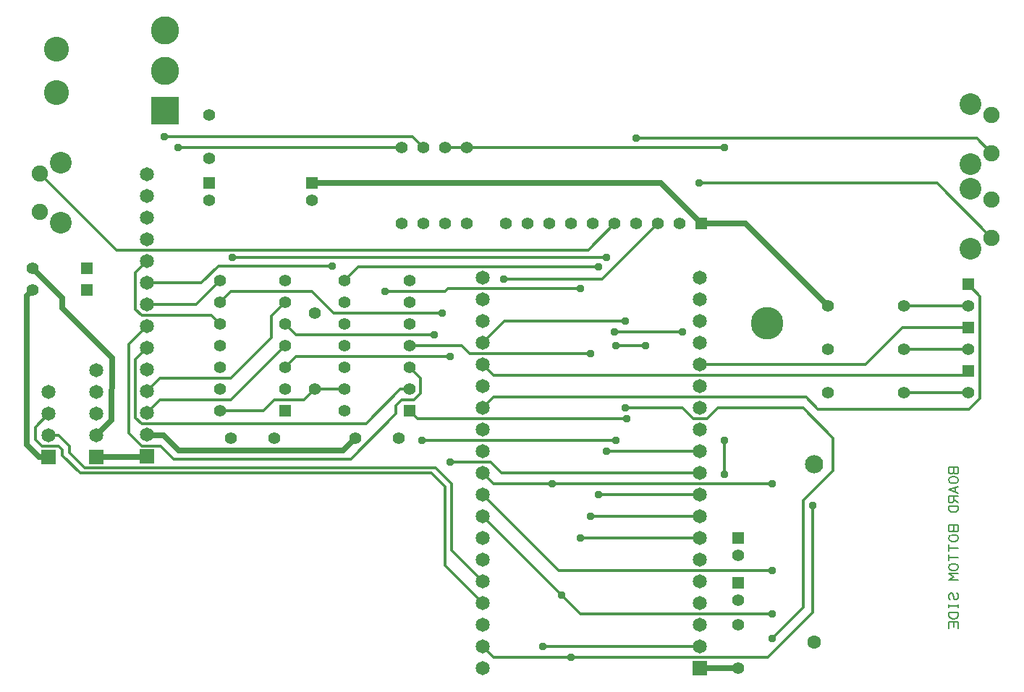
<source format=gbl>
G04*
G04 Format:               Gerber RS-274X*
G04 Export Settings:      OSH Park*
G04 Layer:                BottomCopper*
G04 This File Name:       576NUC_FujiNet_V1.6.gbl*
G04 Source File Name:     576NUC_FujiNet_V1.6.rrb*
G04 Unique ID:            d1145678-c053-40f8-9390-8959fa1d921f*
G04 Generated Date:       Saturday, 09 October 2021 17:44:57*
G04*
G04 Created Using:        Robot Room Copper Connection v3.0.5875*
G04 Software Contact:     http://www.robotroom.com/CopperConnection/Support.aspx*
G04 License Number:       2194*
G04*
G04 Zero Suppression:     Leading*
G04 Number Precision:     2.4*
G04*
%FSLAX24Y24*%
%MOIN*%
%LNBottomCopper*%
%ADD10C,.007*%
%ADD11C,.012*%
%ADD12C,.025*%
%ADD13C,.037*%
%ADD14C,.056*%
%ADD15C,.063*%
%ADD16C,.065*%
%ADD17C,.075*%
%ADD18C,.084*%
%ADD19C,.1*%
%ADD20C,.115*%
%ADD21C,.13*%
%ADD22C,.15*%
%ADD23R,.006X.006*%
%ADD24R,.056X.056*%
%ADD25R,.065X.065*%
%ADD26R,.13X.13*%
D10*
G01X43394Y9942D02*
X42948D01*
Y9718D01*
X42949Y9709D01*
X42952Y9699D01*
X42956Y9690D01*
X42963Y9682D01*
X42971Y9674D01*
X42980Y9666D01*
X42991Y9660D01*
X43003Y9654D01*
X43016Y9650D01*
X43029Y9647D01*
X43043Y9645D01*
X43060Y9644D01*
X43074Y9645D01*
X43088Y9646D01*
X43102Y9650D01*
X43115Y9654D01*
X43127Y9659D01*
X43138Y9665D01*
X43147Y9672D01*
X43156Y9680D01*
X43162Y9689D01*
X43167Y9698D01*
X43170Y9707D01*
X43171Y9718D01*
Y9942D01*
Y9718D02*
X43172Y9709D01*
X43175Y9699D01*
X43180Y9690D01*
X43186Y9682D01*
X43194Y9674D01*
X43203Y9666D01*
X43214Y9660D01*
X43226Y9654D01*
X43239Y9650D01*
X43252Y9647D01*
X43266Y9645D01*
X43283Y9644D01*
X43297Y9645D01*
X43311Y9646D01*
X43325Y9650D01*
X43338Y9654D01*
X43350Y9659D01*
X43361Y9665D01*
X43371Y9672D01*
X43379Y9680D01*
X43385Y9689D01*
X43390Y9698D01*
X43393Y9707D01*
X43394Y9718D01*
Y9942D01*
X43246Y9198D02*
G74*
G03X43394Y9347I0J149D01*
X43246Y9495I149J0D01*
G01X43097D01*
G03X42948Y9347I0J149D01*
X43097Y9198I149J0D01*
G01X43246D01*
X43394Y9049D02*
X42948Y8900D01*
X43394Y8752D01*
X43246Y8993D02*
Y8807D01*
X43394Y8603D02*
X42948D01*
Y8380D01*
X42949Y8370D01*
X42952Y8361D01*
X42956Y8352D01*
X42963Y8343D01*
X42971Y8335D01*
X42980Y8328D01*
X42991Y8321D01*
X43003Y8316D01*
X43016Y8311D01*
X43029Y8308D01*
X43043Y8306D01*
X43060Y8305D01*
X43074Y8306D01*
X43088Y8308D01*
X43102Y8311D01*
X43115Y8315D01*
X43127Y8320D01*
X43138Y8327D01*
X43147Y8334D01*
X43156Y8342D01*
X43162Y8350D01*
X43167Y8359D01*
X43170Y8369D01*
X43171Y8380D01*
Y8603D01*
Y8454D02*
X43394Y8305D01*
X42948Y8157D02*
Y8045D01*
X42949Y8032D01*
X42950Y8020D01*
X42953Y8008D01*
X42956Y7995D01*
X42961Y7983D01*
X42966Y7972D01*
X42973Y7960D01*
X42980Y7950D01*
X42988Y7939D01*
X42997Y7929D01*
X43007Y7919D01*
X43017Y7910D01*
X43028Y7902D01*
X43040Y7894D01*
X43053Y7887D01*
X43066Y7881D01*
X43079Y7876D01*
X43093Y7871D01*
X43107Y7867D01*
X43122Y7864D01*
X43137Y7861D01*
X43152Y7860D01*
X43171Y7859D01*
X43186D01*
X43201Y7861D01*
X43216Y7863D01*
X43231Y7866D01*
X43245Y7869D01*
X43259Y7874D01*
X43273Y7879D01*
X43286Y7885D01*
X43298Y7892D01*
X43311Y7900D01*
X43322Y7908D01*
X43333Y7917D01*
X43343Y7926D01*
X43352Y7936D01*
X43360Y7946D01*
X43368Y7957D01*
X43375Y7968D01*
X43380Y7980D01*
X43385Y7992D01*
X43389Y8004D01*
X43392Y8016D01*
X43394Y8029D01*
Y8045D01*
Y8157D01*
X42948D01*
X43394Y7264D02*
X42948D01*
Y7041D01*
X42949Y7031D01*
X42952Y7022D01*
X42956Y7013D01*
X42963Y7004D01*
X42971Y6996D01*
X42980Y6989D01*
X42991Y6982D01*
X43003Y6977D01*
X43016Y6973D01*
X43029Y6969D01*
X43043Y6967D01*
X43060D01*
X43074D01*
X43088Y6969D01*
X43102Y6972D01*
X43115Y6976D01*
X43127Y6982D01*
X43138Y6988D01*
X43147Y6995D01*
X43156Y7003D01*
X43162Y7011D01*
X43167Y7020D01*
X43170Y7030D01*
X43171Y7041D01*
Y7264D01*
Y7041D02*
X43172Y7031D01*
X43175Y7022D01*
X43180Y7013D01*
X43186Y7004D01*
X43194Y6996D01*
X43203Y6989D01*
X43214Y6982D01*
X43226Y6977D01*
X43239Y6973D01*
X43252Y6969D01*
X43266Y6967D01*
X43283D01*
X43297D01*
X43311Y6969D01*
X43325Y6972D01*
X43338Y6976D01*
X43350Y6982D01*
X43361Y6988D01*
X43371Y6995D01*
X43379Y7003D01*
X43385Y7011D01*
X43390Y7020D01*
X43393Y7030D01*
X43394Y7041D01*
Y7264D01*
X43246Y6520D02*
G03X43394Y6669I0J149D01*
X43246Y6818I149J0D01*
G01X43097D01*
G03X42948Y6669I0J149D01*
X43097Y6520I149J0D01*
G01X43246D01*
X42948Y6372D02*
Y6074D01*
Y6223D02*
X43394D01*
X42948Y5925D02*
Y5628D01*
Y5777D02*
X43394D01*
X43246Y5182D02*
G03X43394Y5330I0J149D01*
X43246Y5479I149J0D01*
G01X43097D01*
G03X42948Y5330I0J149D01*
X43097Y5182I149J0D01*
G01X43246D01*
X43394Y5033D02*
X42948D01*
X43171Y4884D01*
X42948Y4735D01*
X43394D01*
X43182Y3928D02*
X43184Y3916D01*
X43187Y3904D01*
X43191Y3893D01*
X43198Y3882D01*
X43207Y3872D01*
X43217Y3864D01*
X43228Y3857D01*
X43241Y3851D01*
X43254Y3846D01*
X43268Y3844D01*
X43283Y3843D01*
X43294D01*
X43305Y3846D01*
X43316Y3849D01*
X43326Y3854D01*
X43336Y3861D01*
X43345Y3868D01*
X43354Y3877D01*
X43362Y3887D01*
X43370Y3898D01*
X43376Y3910D01*
X43382Y3923D01*
X43386Y3936D01*
X43390Y3950D01*
X43393Y3964D01*
X43394Y3992D01*
Y4006D01*
X43393Y4021D01*
X43391Y4035D01*
X43389Y4049D01*
X43386Y4062D01*
X43382Y4074D01*
X43378Y4085D01*
X43373Y4096D01*
X43367Y4105D01*
X43362Y4113D01*
X43355Y4120D01*
X43349Y4125D01*
X43342Y4129D01*
X43335Y4132D01*
X43328Y4133D01*
X43182Y3928D02*
X43164Y4029D01*
X43163Y4043D01*
X43160Y4057D01*
X43156Y4071D01*
X43150Y4084D01*
X43143Y4096D01*
X43134Y4107D01*
X43124Y4116D01*
X43113Y4125D01*
X43101Y4131D01*
X43088Y4136D01*
X43075Y4139D01*
X43060Y4140D01*
X43049D01*
X43038Y4137D01*
X43027Y4134D01*
X43017Y4129D01*
X43007Y4122D01*
X42997Y4115D01*
X42989Y4106D01*
X42980Y4096D01*
X42973Y4085D01*
X42967Y4073D01*
X42961Y4061D01*
X42956Y4047D01*
X42953Y4033D01*
X42950Y4019D01*
X42948Y3992D01*
X42949Y3977D01*
X42950Y3962D01*
X42951Y3948D01*
X42954Y3935D01*
X42957Y3921D01*
X42961Y3909D01*
X42965Y3898D01*
X42970Y3887D01*
X42975Y3878D01*
X42981Y3870D01*
X42987Y3863D01*
X42994Y3858D01*
X43000Y3854D01*
X43007Y3851D01*
X43015Y3850D01*
X42948Y3620D02*
Y3471D01*
Y3545D02*
X43394D01*
Y3620D02*
Y3471D01*
X42948Y3248D02*
Y3136D01*
X42949Y3124D01*
X42950Y3111D01*
X42953Y3099D01*
X42956Y3087D01*
X42961Y3075D01*
X42966Y3063D01*
X42973Y3052D01*
X42980Y3041D01*
X42988Y3030D01*
X42997Y3020D01*
X43007Y3011D01*
X43017Y3002D01*
X43028Y2993D01*
X43040Y2986D01*
X43053Y2979D01*
X43066Y2972D01*
X43079Y2967D01*
X43093Y2962D01*
X43107Y2958D01*
X43122Y2955D01*
X43137Y2953D01*
X43152Y2951D01*
X43171Y2950D01*
X43186Y2951D01*
X43201Y2952D01*
X43216Y2954D01*
X43231Y2957D01*
X43245Y2961D01*
X43259Y2965D01*
X43273Y2971D01*
X43286Y2977D01*
X43298Y2983D01*
X43311Y2991D01*
X43322Y2999D01*
X43333Y3008D01*
X43343Y3017D01*
X43352Y3027D01*
X43360Y3037D01*
X43368Y3048D01*
X43375Y3059D01*
X43380Y3071D01*
X43385Y3083D01*
X43389Y3095D01*
X43392Y3107D01*
X43394Y3120D01*
Y3136D01*
Y3248D01*
X42948D01*
Y2504D02*
Y2802D01*
X43394D01*
Y2504D01*
X43171Y2802D02*
Y2578D01*
D11*
X44400Y13110D02*
X43900Y12610D01*
X28060Y12660D02*
X30690D01*
X36250D02*
X32310D01*
X30690D02*
X31190Y12160D01*
X31810D01*
X32310Y12660D01*
X21500Y15660D02*
X22500Y16660D01*
X28060D01*
X4620Y19940D02*
X1070Y23460D01*
X13750Y13530D02*
X15120D01*
X24250Y1660D02*
X31500D01*
X6030Y16430D02*
X5190Y15600D01*
X6030Y12430D02*
X6620Y13030D01*
X9880D01*
X40900Y17360D02*
X43850D01*
X40900Y15360D02*
X43850D01*
X40900Y13360D02*
X43850D01*
X13250Y13030D02*
X11880D01*
X6030Y13430D02*
X6620Y14030D01*
X9880Y13030D02*
X12380Y15530D01*
X6620Y14030D02*
X9880D01*
X11750Y15910D01*
Y16910D01*
X12380Y17530D01*
X6030Y15430D02*
X5500Y14910D01*
X7440Y24660D02*
X17750D01*
X5500Y14910D02*
Y12210D01*
X5190Y15600D02*
Y11520D01*
X5500Y12210D02*
X5770Y11940D01*
X13250Y13030D02*
X13750Y13530D01*
X7250Y10310D02*
X15410D01*
X16110Y11940D02*
X17690Y13530D01*
X5190Y11520D02*
X5800Y10910D01*
X18120Y13530D02*
X17690D01*
X5800Y10910D02*
X6650D01*
X7250Y10310D01*
X6030Y19430D02*
X5500Y18910D01*
X15410Y10310D02*
X17500Y12410D01*
X9380Y18530D02*
X8280Y17430D01*
X17500Y12410D02*
Y12790D01*
X17740Y13030D01*
X6030Y18430D02*
X8520D01*
X17740Y13030D02*
X18310D01*
X8280Y17430D02*
X6030D01*
X18310Y13030D02*
X18620Y13350D01*
Y14030D01*
X18120Y14530D01*
X8520Y18430D02*
X9310Y19220D01*
X5500Y18910D02*
Y17210D01*
X9310Y19220D02*
X14560D01*
X5500Y17210D02*
X5770Y16940D01*
X8970D01*
X9380Y16530D01*
X6810Y25160D02*
X18250D01*
X18750Y24660D01*
X19750D02*
X20750D01*
X4620Y19940D02*
X26340D01*
X1500Y12410D02*
X880Y11790D01*
X2120Y10740D02*
Y10480D01*
X880Y11790D02*
Y11220D01*
X1190Y10910D01*
X1500Y11410D02*
X1950D01*
X1190Y10910D02*
X1950D01*
X2120Y10740D01*
Y10480D02*
X2940Y9660D01*
X19120D01*
X21500Y3660D02*
X19750Y5410D01*
X1950Y11410D02*
X2450Y10910D01*
Y10610D01*
X3150Y9910D01*
X19310D01*
X19750Y5410D02*
Y9030D01*
X21500Y4660D02*
X20060Y6100D01*
X19750Y9030D02*
X19120Y9660D01*
X20060Y6100D02*
Y9160D01*
X26340Y19940D02*
X27560Y21160D01*
X20060Y9160D02*
X19310Y9910D01*
X16110Y11940D02*
X5770D01*
X21500Y7660D02*
X25120Y4030D01*
X26000Y3160D02*
X34810D01*
X22000Y14160D02*
X43600D01*
X34810Y5160D02*
X25000D01*
X21500Y8660D01*
X34810Y9160D02*
X24690D01*
X22000D02*
X21500Y9660D01*
Y1660D02*
X22000Y1160D01*
X36690Y8160D02*
Y3230D01*
X34620Y1160D01*
X22000D02*
X25560D01*
X22440Y18600D02*
X27000D01*
X43850Y14360D02*
X43600Y14160D01*
X22000D02*
X21500Y14660D01*
X29560Y21160D02*
X27000Y18600D01*
X21500Y12660D02*
X22000Y13160D01*
X36380D01*
X36930Y12610D01*
X43900D01*
X31500Y14660D02*
X39120D01*
X43850Y18360D02*
X44400Y17810D01*
X31440Y23030D02*
X42410D01*
X44400Y17810D02*
Y13110D01*
X42410Y23030D02*
X44930Y20510D01*
X30690Y16160D02*
X27560D01*
X39120Y14660D02*
X40810Y16360D01*
X22000Y9160D02*
X24690D01*
X40810Y16360D02*
X43850D01*
X26000Y3160D02*
X25120Y4030D01*
X34620Y1160D02*
X25560D01*
X44930Y24410D02*
X44240Y25100D01*
X28560D01*
X19250Y16030D02*
X12880D01*
X9380Y17530D02*
X9880Y18030D01*
X12880Y16030D02*
X12380Y16530D01*
X14620Y17030D02*
X19620D01*
X9880Y18030D02*
X13620D01*
X14620Y17030D01*
X31500Y9660D02*
X22350D01*
X9940Y19600D02*
X27190D01*
X22350Y9660D02*
X21850Y10160D01*
X27190Y10660D02*
X31500D01*
X21850Y10160D02*
X20000D01*
X15120Y18530D02*
X15750Y19160D01*
X20000Y15030D02*
X12880D01*
X12380Y14530D01*
X15750Y19160D02*
X26820D01*
X18120Y15530D02*
X20510D01*
X26820Y8660D02*
X31500D01*
X20510Y15530D02*
X20880Y15160D01*
X26440D01*
X20750Y24660D02*
X32620D01*
X17000Y18030D02*
X19750D01*
X26440Y7660D02*
X31500D01*
X19750Y18030D02*
X19880Y18160D01*
X26000D01*
X18120Y12530D02*
X18500Y12160D01*
X26000Y6660D02*
X31500D01*
X18500Y12160D02*
X28120D01*
X9380Y12530D02*
X11380D01*
X18690Y11160D02*
X27620D01*
X36250Y12660D02*
X37620Y11290D01*
Y9790D01*
X36250Y8420D01*
X32620Y11160D02*
Y9600D01*
X36250Y8420D02*
Y3470D01*
X11880Y13030D02*
X11380Y12530D01*
X27620Y15530D02*
X29000D01*
X36250Y3470D02*
X34810Y2030D01*
D12*
X2120Y17260D02*
X4410Y14970D01*
X3700Y10410D02*
X5700D01*
X500Y10970D02*
X1060Y10410D01*
X2120Y17260D02*
Y17730D01*
X750Y19100D01*
Y18100D02*
X500Y17850D01*
X31500Y660D02*
X33250D01*
X13620Y23030D02*
X29690D01*
X31560Y21160D01*
X33600D01*
X37400Y17360D01*
X4400Y12110D02*
X4410Y14970D01*
X4400Y12110D02*
X3700Y11410D01*
X6030Y11430D02*
X6300Y11410D01*
X6800D02*
X7500Y10720D01*
X15060D01*
X15620Y11290D01*
X500Y10970D02*
Y17850D01*
X1500Y10410D02*
X1060D01*
X6030Y10430D02*
X5700Y10410D01*
X6800Y11410D02*
X6300D01*
D13*
X28060Y16660D03*
X24690Y9160D03*
X28060Y12660D03*
X34810Y2030D03*
X30690Y16160D03*
X24250Y1660D03*
X27620Y15530D03*
X7440Y24660D03*
X14560Y19220D03*
X6810Y25160D03*
X34810Y3160D03*
Y5160D03*
Y9160D03*
X36690Y8160D03*
X22440Y18600D03*
X31440Y23030D03*
X27560Y16160D03*
X25120Y4030D03*
X25560Y1160D03*
X28560Y25100D03*
X19250Y16030D03*
X19620Y17030D03*
X9940Y19600D03*
X27190D03*
Y10660D03*
X32620Y11160D03*
X20000Y10160D03*
X17000Y18030D03*
X20000Y15030D03*
X26820Y19160D03*
Y8660D03*
X26440Y15160D03*
X32620Y24660D03*
X26440Y7660D03*
X26000Y18160D03*
Y6660D03*
X28120Y12160D03*
X18690Y11160D03*
X27620D03*
X32620Y9600D03*
X29000Y15530D03*
D14*
X15620Y11290D03*
X43850Y13360D03*
Y15360D03*
X12380Y13530D03*
X43850Y17360D03*
X12380Y14530D03*
Y15530D03*
Y16530D03*
Y17530D03*
Y18530D03*
X9380D03*
Y17530D03*
Y16530D03*
Y15530D03*
Y14530D03*
Y13530D03*
Y12530D03*
X18120Y13530D03*
Y14530D03*
Y15530D03*
Y16530D03*
Y17530D03*
Y18530D03*
X15120D03*
Y17530D03*
Y16530D03*
Y15530D03*
Y14530D03*
Y13530D03*
Y12530D03*
X750Y18100D03*
X33250Y660D03*
Y2660D03*
X8880Y22240D03*
X750Y19100D03*
X13620Y22240D03*
X17620Y11290D03*
X9880D03*
X11880D03*
X8880Y24160D03*
Y26160D03*
X18750Y24660D03*
X17750D03*
Y21160D03*
X18750D03*
X19750D03*
Y24660D03*
X20750D03*
Y21160D03*
X40900Y17360D03*
X37400D03*
X40900Y15360D03*
X37400D03*
X40900Y13360D03*
X37400D03*
X30560Y21160D03*
X33250Y5870D03*
X13750Y13530D03*
Y17030D03*
X29560Y21160D03*
X28560D03*
X27560D03*
X33250Y3810D03*
X26560Y21160D03*
X25560D03*
X24560D03*
X23560D03*
X22560D03*
D15*
X36750Y1860D03*
D16*
X31500Y6660D03*
Y5660D03*
Y4660D03*
Y3660D03*
Y2660D03*
X3700Y11410D03*
X6030Y16430D03*
Y15430D03*
Y14430D03*
Y13430D03*
Y12430D03*
Y11430D03*
Y17430D03*
Y18430D03*
Y19430D03*
Y20430D03*
Y21430D03*
Y22430D03*
Y23430D03*
X31500Y1660D03*
Y7660D03*
Y8660D03*
Y9660D03*
Y10660D03*
Y11660D03*
Y12660D03*
Y13660D03*
X21500Y660D03*
X31500Y14660D03*
Y15660D03*
Y16660D03*
Y17660D03*
Y18660D03*
X21500Y1660D03*
Y2660D03*
Y3660D03*
Y4660D03*
Y5660D03*
Y6660D03*
Y7660D03*
Y8660D03*
Y9660D03*
Y10660D03*
Y11660D03*
Y12660D03*
Y13660D03*
Y14660D03*
X3700Y12410D03*
Y13410D03*
Y14410D03*
X21500Y15660D03*
Y16660D03*
Y17660D03*
Y18660D03*
X1500Y11410D03*
Y12410D03*
Y13410D03*
D17*
X1070Y23460D03*
Y21700D03*
X44930Y24410D03*
Y26170D03*
Y20510D03*
Y22270D03*
D18*
X36750Y10060D03*
D19*
X2050Y23960D03*
Y21200D03*
X43950Y23910D03*
Y26670D03*
Y20010D03*
Y22770D03*
D20*
X1850Y29210D03*
Y27210D03*
D21*
X6850Y30060D03*
Y28210D03*
D22*
X34600Y16560D03*
D24*
X31560Y21160D03*
X43850Y14360D03*
X12380Y12530D03*
X43850Y16360D03*
Y18360D03*
X18120Y12530D03*
X3250Y18100D03*
X8880Y23030D03*
X3250Y19100D03*
X13620Y23030D03*
X33250Y6660D03*
Y4600D03*
D25*
X3700Y10410D03*
X6030Y10430D03*
X31500Y660D03*
X1500Y10410D03*
D26*
X6850Y26360D03*
M02*

</source>
